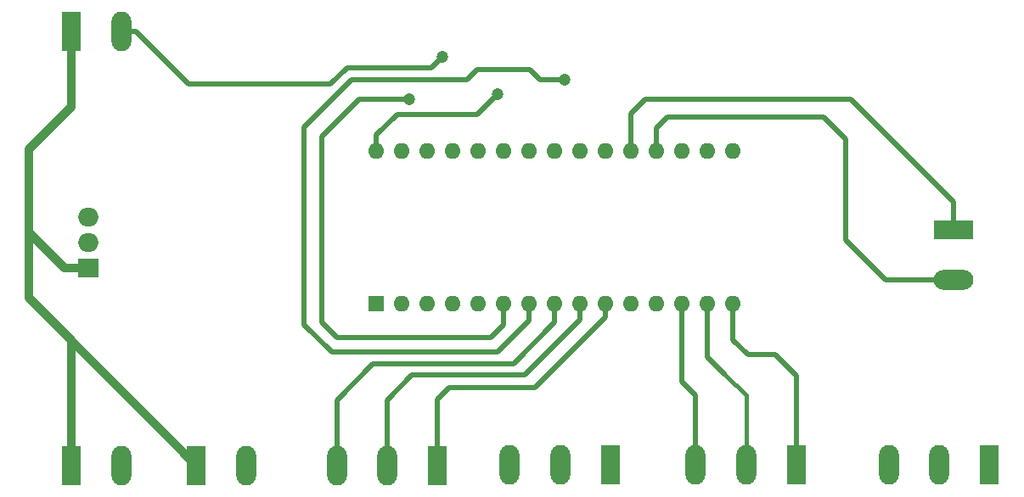
<source format=gbr>
%TF.GenerationSoftware,KiCad,Pcbnew,7.0.6-7.0.6~ubuntu22.04.1*%
%TF.CreationDate,2023-07-24T17:29:41-06:00*%
%TF.ProjectId,stepper_microscope_stage,73746570-7065-4725-9f6d-6963726f7363,rev?*%
%TF.SameCoordinates,Original*%
%TF.FileFunction,Copper,L2,Bot*%
%TF.FilePolarity,Positive*%
%FSLAX46Y46*%
G04 Gerber Fmt 4.6, Leading zero omitted, Abs format (unit mm)*
G04 Created by KiCad (PCBNEW 7.0.6-7.0.6~ubuntu22.04.1) date 2023-07-24 17:29:41*
%MOMM*%
%LPD*%
G01*
G04 APERTURE LIST*
%TA.AperFunction,ComponentPad*%
%ADD10O,1.980000X3.960000*%
%TD*%
%TA.AperFunction,ComponentPad*%
%ADD11R,1.980000X3.960000*%
%TD*%
%TA.AperFunction,ComponentPad*%
%ADD12R,2.000000X1.905000*%
%TD*%
%TA.AperFunction,ComponentPad*%
%ADD13O,2.000000X1.905000*%
%TD*%
%TA.AperFunction,ComponentPad*%
%ADD14R,3.960000X1.980000*%
%TD*%
%TA.AperFunction,ComponentPad*%
%ADD15O,3.960000X1.980000*%
%TD*%
%TA.AperFunction,ComponentPad*%
%ADD16O,1.600000X1.600000*%
%TD*%
%TA.AperFunction,ComponentPad*%
%ADD17R,1.600000X1.600000*%
%TD*%
%TA.AperFunction,ViaPad*%
%ADD18C,1.200000*%
%TD*%
%TA.AperFunction,Conductor*%
%ADD19C,0.812800*%
%TD*%
%TA.AperFunction,Conductor*%
%ADD20C,0.508000*%
%TD*%
%TA.AperFunction,Conductor*%
%ADD21C,0.406400*%
%TD*%
G04 APERTURE END LIST*
D10*
%TO.P,STEPSIG2,3,Pin_3*%
%TO.N,Net-(A1-D5)*%
X146000000Y-140270000D03*
%TO.P,STEPSIG2,2,Pin_2*%
%TO.N,Net-(A1-D6)*%
X151000000Y-140270000D03*
D11*
%TO.P,STEPSIG2,1,Pin_1*%
%TO.N,Net-(A1-D7)*%
X156000000Y-140270000D03*
%TD*%
%TO.P,STEPSIGGND1,1,Pin_1*%
%TO.N,GND*%
X211090000Y-140240000D03*
D10*
%TO.P,STEPSIGGND1,2,Pin_2*%
X206090000Y-140240000D03*
%TO.P,STEPSIGGND1,3,Pin_3*%
X201090000Y-140240000D03*
%TD*%
%TO.P,VIN1,2,Pin_2*%
%TO.N,GND*%
X124485000Y-97000000D03*
D11*
%TO.P,VIN1,1,Pin_1*%
%TO.N,+24V*%
X119485000Y-97000000D03*
%TD*%
D12*
%TO.P,U1,1,VI*%
%TO.N,+24V*%
X121250000Y-120580000D03*
D13*
%TO.P,U1,2,GND*%
%TO.N,GND*%
X121250000Y-118040000D03*
%TO.P,U1,3,VO*%
%TO.N,+5V*%
X121250000Y-115500000D03*
%TD*%
D11*
%TO.P,STEPVIN2,1,Pin_1*%
%TO.N,+24V*%
X131985000Y-140280000D03*
D10*
%TO.P,STEPVIN2,2,Pin_2*%
%TO.N,GND*%
X136985000Y-140280000D03*
%TD*%
D11*
%TO.P,STEPVIN1,1,Pin_1*%
%TO.N,+24V*%
X119485000Y-140280000D03*
D10*
%TO.P,STEPVIN1,2,Pin_2*%
%TO.N,GND*%
X124485000Y-140280000D03*
%TD*%
%TO.P,STEPSIGGND2,3,Pin_3*%
%TO.N,GND*%
X163250000Y-140260000D03*
%TO.P,STEPSIGGND2,2,Pin_2*%
X168250000Y-140260000D03*
D11*
%TO.P,STEPSIGGND2,1,Pin_1*%
X173250000Y-140260000D03*
%TD*%
%TO.P,STEPSIG1,1,Pin_1*%
%TO.N,Net-(A1-D12)*%
X191795000Y-140250000D03*
D10*
%TO.P,STEPSIG1,2,Pin_2*%
%TO.N,Net-(A1-D11)*%
X186795000Y-140250000D03*
%TO.P,STEPSIG1,3,Pin_3*%
%TO.N,Net-(A1-D10)*%
X181795000Y-140250000D03*
%TD*%
D14*
%TO.P,JOYIN1,1,Pin_1*%
%TO.N,Net-(A1-A1)*%
X207500000Y-116735000D03*
D15*
%TO.P,JOYIN1,2,Pin_2*%
%TO.N,Net-(A1-A0)*%
X207500000Y-121735000D03*
%TD*%
D16*
%TO.P,A1,30,VIN*%
%TO.N,+5V*%
X149950000Y-108870000D03*
%TO.P,A1,29,GND*%
%TO.N,unconnected-(A1-GND-Pad29)*%
X152490000Y-108870000D03*
%TO.P,A1,28,~{RESET}*%
%TO.N,unconnected-(A1-~{RESET}-Pad28)*%
X155030000Y-108870000D03*
%TO.P,A1,27,+5V*%
%TO.N,unconnected-(A1-+5V-Pad27)*%
X157570000Y-108870000D03*
%TO.P,A1,26,A7*%
%TO.N,unconnected-(A1-A7-Pad26)*%
X160110000Y-108870000D03*
%TO.P,A1,25,A6*%
%TO.N,unconnected-(A1-A6-Pad25)*%
X162650000Y-108870000D03*
%TO.P,A1,24,A5*%
%TO.N,unconnected-(A1-A5-Pad24)*%
X165190000Y-108870000D03*
%TO.P,A1,23,A4*%
%TO.N,unconnected-(A1-A4-Pad23)*%
X167730000Y-108870000D03*
%TO.P,A1,22,A3*%
%TO.N,unconnected-(A1-A3-Pad22)*%
X170270000Y-108870000D03*
%TO.P,A1,21,A2*%
%TO.N,unconnected-(A1-A2-Pad21)*%
X172810000Y-108870000D03*
%TO.P,A1,20,A1*%
%TO.N,Net-(A1-A1)*%
X175350000Y-108870000D03*
%TO.P,A1,19,A0*%
%TO.N,Net-(A1-A0)*%
X177890000Y-108870000D03*
%TO.P,A1,18,AREF*%
%TO.N,unconnected-(A1-AREF-Pad18)*%
X180430000Y-108870000D03*
%TO.P,A1,17,3V3*%
%TO.N,unconnected-(A1-3V3-Pad17)*%
X182970000Y-108870000D03*
%TO.P,A1,16,D13*%
%TO.N,unconnected-(A1-D13-Pad16)*%
X185510000Y-108870000D03*
%TO.P,A1,15,D12*%
%TO.N,Net-(A1-D12)*%
X185510000Y-124110000D03*
%TO.P,A1,14,D11*%
%TO.N,Net-(A1-D11)*%
X182970000Y-124110000D03*
%TO.P,A1,13,D10*%
%TO.N,Net-(A1-D10)*%
X180430000Y-124110000D03*
%TO.P,A1,12,D9*%
%TO.N,unconnected-(A1-D9-Pad12)*%
X177890000Y-124110000D03*
%TO.P,A1,11,D8*%
%TO.N,unconnected-(A1-D8-Pad11)*%
X175350000Y-124110000D03*
%TO.P,A1,10,D7*%
%TO.N,Net-(A1-D7)*%
X172810000Y-124110000D03*
%TO.P,A1,9,D6*%
%TO.N,Net-(A1-D6)*%
X170270000Y-124110000D03*
%TO.P,A1,8,D5*%
%TO.N,Net-(A1-D5)*%
X167730000Y-124110000D03*
%TO.P,A1,7,D4*%
%TO.N,Net-(A1-D4)*%
X165190000Y-124110000D03*
%TO.P,A1,6,D3*%
%TO.N,Net-(A1-D3)*%
X162650000Y-124110000D03*
%TO.P,A1,5,D2*%
%TO.N,unconnected-(A1-D2-Pad5)*%
X160110000Y-124110000D03*
%TO.P,A1,4,GND*%
%TO.N,GND*%
X157570000Y-124110000D03*
%TO.P,A1,3,~{RESET}*%
%TO.N,unconnected-(A1-~{RESET}-Pad3)*%
X155030000Y-124110000D03*
%TO.P,A1,2,D0/RX*%
%TO.N,unconnected-(A1-D0{slash}RX-Pad2)*%
X152490000Y-124110000D03*
D17*
%TO.P,A1,1,D1/TX*%
%TO.N,unconnected-(A1-D1{slash}TX-Pad1)*%
X149950000Y-124110000D03*
%TD*%
D18*
%TO.N,Net-(A1-D4)*%
X168750000Y-101750000D03*
%TO.N,Net-(A1-D3)*%
X153250000Y-103761500D03*
%TO.N,GND*%
X156500000Y-99500000D03*
%TO.N,+5V*%
X162000000Y-103250000D03*
%TD*%
D19*
%TO.N,+24V*%
X115250000Y-117000000D02*
X115250000Y-123545000D01*
X115250000Y-108750000D02*
X115250000Y-117000000D01*
X118830000Y-120580000D02*
X121250000Y-120580000D01*
X115250000Y-117000000D02*
X118830000Y-120580000D01*
X115250000Y-123545000D02*
X119485000Y-127780000D01*
X119485000Y-127780000D02*
X119485000Y-140280000D01*
X115250000Y-123545000D02*
X131985000Y-140280000D01*
X119485000Y-97000000D02*
X119485000Y-104515000D01*
X119485000Y-104515000D02*
X115250000Y-108750000D01*
D20*
%TO.N,Net-(A1-A1)*%
X207500000Y-116735000D02*
X207500000Y-114000000D01*
X207500000Y-114000000D02*
X197250000Y-103750000D01*
X197250000Y-103750000D02*
X176750000Y-103750000D01*
X176750000Y-103750000D02*
X175350000Y-105150000D01*
X175350000Y-105150000D02*
X175350000Y-108870000D01*
%TO.N,Net-(A1-D12)*%
X191795000Y-131295000D02*
X189750000Y-129250000D01*
X189750000Y-129250000D02*
X187000000Y-129250000D01*
X187000000Y-129250000D02*
X185500000Y-127750000D01*
%TO.N,Net-(A1-D6)*%
X151000000Y-140270000D02*
X151000000Y-133786000D01*
X151000000Y-133786000D02*
X153500000Y-131286000D01*
X170270000Y-125730000D02*
X170270000Y-124110000D01*
X153500000Y-131286000D02*
X164714000Y-131286000D01*
X164714000Y-131286000D02*
X170270000Y-125730000D01*
%TO.N,GND*%
X156500000Y-99500000D02*
X155393000Y-100607000D01*
X126000000Y-97000000D02*
X124485000Y-97000000D01*
X155393000Y-100607000D02*
X147026554Y-100607000D01*
X147026554Y-100607000D02*
X145383554Y-102250000D01*
X145383554Y-102250000D02*
X131250000Y-102250000D01*
X131250000Y-102250000D02*
X126000000Y-97000000D01*
%TO.N,Net-(A1-D7)*%
X172810000Y-125465685D02*
X172810000Y-124110000D01*
X165775685Y-132500000D02*
X172810000Y-125465685D01*
X157179000Y-132500000D02*
X165775685Y-132500000D01*
X156000000Y-133679000D02*
X157179000Y-132500000D01*
X156000000Y-140270000D02*
X156000000Y-133679000D01*
%TO.N,Net-(A1-D5)*%
X146000000Y-140270000D02*
X146000000Y-133750000D01*
X146000000Y-133750000D02*
X149607000Y-130143000D01*
X167730000Y-126020000D02*
X167730000Y-124110000D01*
X149607000Y-130143000D02*
X163607000Y-130143000D01*
X163607000Y-130143000D02*
X167730000Y-126020000D01*
%TO.N,Net-(A1-D4)*%
X168750000Y-101750000D02*
X166250000Y-101750000D01*
X159000000Y-101750000D02*
X147500000Y-101750000D01*
X166250000Y-101750000D02*
X165250000Y-100750000D01*
X165250000Y-100750000D02*
X160000000Y-100750000D01*
X160000000Y-100750000D02*
X159000000Y-101750000D01*
X142750000Y-126250000D02*
X145500000Y-129000000D01*
X147500000Y-101750000D02*
X142750000Y-106500000D01*
X145500000Y-129000000D02*
X162000000Y-129000000D01*
X142750000Y-106500000D02*
X142750000Y-126250000D01*
X162000000Y-129000000D02*
X165190000Y-125810000D01*
X165190000Y-125810000D02*
X165190000Y-124110000D01*
%TO.N,Net-(A1-D3)*%
X153250000Y-103761500D02*
X153238500Y-103750000D01*
X148250000Y-103750000D02*
X144500000Y-107500000D01*
X153238500Y-103750000D02*
X148250000Y-103750000D01*
X144500000Y-107500000D02*
X144500000Y-126000000D01*
X144500000Y-126000000D02*
X146000000Y-127500000D01*
X146000000Y-127500000D02*
X161375000Y-127500000D01*
X161375000Y-127500000D02*
X162650000Y-126225000D01*
X162650000Y-126225000D02*
X162650000Y-124110000D01*
%TO.N,+5V*%
X162000000Y-103250000D02*
X160000000Y-105250000D01*
X160000000Y-105250000D02*
X152000000Y-105250000D01*
X152000000Y-105250000D02*
X149950000Y-107300000D01*
X149950000Y-107300000D02*
X149950000Y-108870000D01*
%TO.N,Net-(A1-D12)*%
X191795000Y-140250000D02*
X191795000Y-131295000D01*
X185500000Y-127750000D02*
X185510000Y-127740000D01*
X185510000Y-127740000D02*
X185510000Y-124110000D01*
%TO.N,Net-(A1-D11)*%
X182970000Y-124110000D02*
X182970000Y-129470000D01*
X182970000Y-129470000D02*
X184750000Y-131250000D01*
D21*
X186795000Y-133295000D02*
X184750000Y-131250000D01*
X186795000Y-140250000D02*
X186795000Y-133295000D01*
D20*
%TO.N,Net-(A1-D10)*%
X180430000Y-124110000D02*
X180430000Y-131930000D01*
X180430000Y-131930000D02*
X181795000Y-133295000D01*
X181795000Y-140250000D02*
X181795000Y-133295000D01*
%TO.N,Net-(A1-A0)*%
X207500000Y-121735000D02*
X200735000Y-121735000D01*
X200735000Y-121735000D02*
X196750000Y-117750000D01*
X196750000Y-117750000D02*
X196750000Y-107750000D01*
X196750000Y-107750000D02*
X194500000Y-105500000D01*
X194500000Y-105500000D02*
X179000000Y-105500000D01*
X179000000Y-105500000D02*
X177890000Y-106610000D01*
X177890000Y-106610000D02*
X177890000Y-108870000D01*
%TD*%
M02*

</source>
